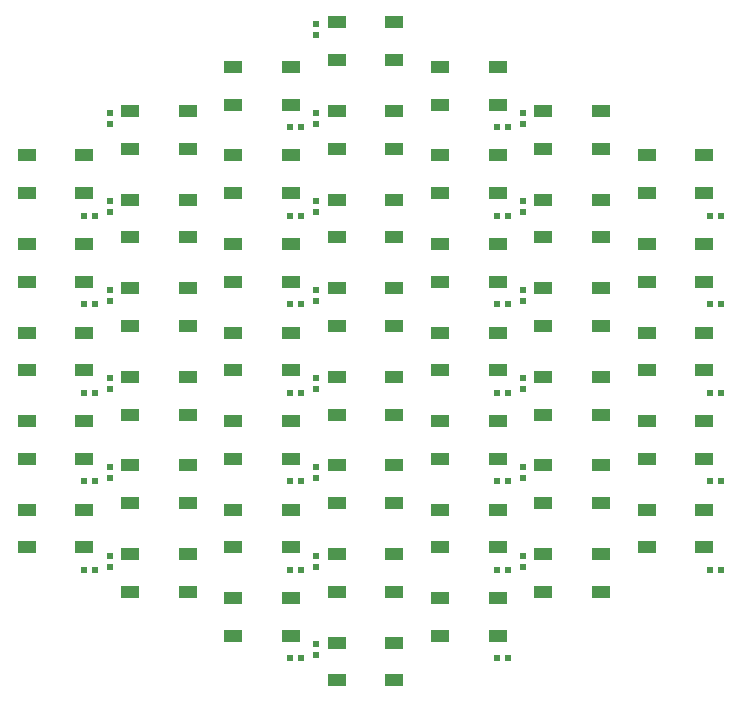
<source format=gts>
G04 #@! TF.GenerationSoftware,KiCad,Pcbnew,5.1.5+dfsg1-2build2*
G04 #@! TF.CreationDate,2021-12-29T03:31:12+01:00*
G04 #@! TF.ProjectId,hex_led_board,6865785f-6c65-4645-9f62-6f6172642e6b,rev?*
G04 #@! TF.SameCoordinates,Original*
G04 #@! TF.FileFunction,Soldermask,Top*
G04 #@! TF.FilePolarity,Negative*
%FSLAX46Y46*%
G04 Gerber Fmt 4.6, Leading zero omitted, Abs format (unit mm)*
G04 Created by KiCad (PCBNEW 5.1.5+dfsg1-2build2) date 2021-12-29 03:31:12*
%MOMM*%
%LPD*%
G04 APERTURE LIST*
%ADD10R,1.500000X1.000000*%
%ADD11R,0.500000X0.600000*%
%ADD12R,0.600000X0.500000*%
G04 APERTURE END LIST*
D10*
X128700000Y-86600000D03*
X128700000Y-83400000D03*
X123800000Y-86600000D03*
X123800000Y-83400000D03*
X128700000Y-94100000D03*
X128700000Y-90900000D03*
X123800000Y-94100000D03*
X123800000Y-90900000D03*
X128700000Y-101600000D03*
X128700000Y-98400000D03*
X123800000Y-101600000D03*
X123800000Y-98400000D03*
D11*
X129130000Y-103500000D03*
X130070000Y-103500000D03*
X129130000Y-88500000D03*
X130070000Y-88500000D03*
X129130000Y-96000000D03*
X130070000Y-96000000D03*
D10*
X128700000Y-109100000D03*
X128700000Y-105900000D03*
X123800000Y-109100000D03*
X123800000Y-105900000D03*
X128700000Y-116600000D03*
X128700000Y-113400000D03*
X123800000Y-116600000D03*
X123800000Y-113400000D03*
X115050000Y-117150000D03*
X115050000Y-120350000D03*
X119950000Y-117150000D03*
X119950000Y-120350000D03*
X115050000Y-109650000D03*
X115050000Y-112850000D03*
X119950000Y-109650000D03*
X119950000Y-112850000D03*
X115050000Y-102150000D03*
X115050000Y-105350000D03*
X119950000Y-102150000D03*
X119950000Y-105350000D03*
X115050000Y-94650000D03*
X115050000Y-97850000D03*
X119950000Y-94650000D03*
X119950000Y-97850000D03*
X115050000Y-87150000D03*
X115050000Y-90350000D03*
X119950000Y-87150000D03*
X119950000Y-90350000D03*
X115050000Y-79650000D03*
X115050000Y-82850000D03*
X119950000Y-79650000D03*
X119950000Y-82850000D03*
X111200000Y-79100000D03*
X111200000Y-75900000D03*
X106300000Y-79100000D03*
X106300000Y-75900000D03*
X111200000Y-86600000D03*
X111200000Y-83400000D03*
X106300000Y-86600000D03*
X106300000Y-83400000D03*
X111200000Y-94100000D03*
X111200000Y-90900000D03*
X106300000Y-94100000D03*
X106300000Y-90900000D03*
X111200000Y-101600000D03*
X111200000Y-98400000D03*
X106300000Y-101600000D03*
X106300000Y-98400000D03*
X111200000Y-109100000D03*
X111200000Y-105900000D03*
X106300000Y-109100000D03*
X106300000Y-105900000D03*
X111200000Y-116600000D03*
X111200000Y-113400000D03*
X106300000Y-116600000D03*
X106300000Y-113400000D03*
X111200000Y-124100000D03*
X111200000Y-120900000D03*
X106300000Y-124100000D03*
X106300000Y-120900000D03*
X97550000Y-124650000D03*
X97550000Y-127850000D03*
X102450000Y-124650000D03*
X102450000Y-127850000D03*
X97550000Y-117150000D03*
X97550000Y-120350000D03*
X102450000Y-117150000D03*
X102450000Y-120350000D03*
X97550000Y-109650000D03*
X97550000Y-112850000D03*
X102450000Y-109650000D03*
X102450000Y-112850000D03*
X97550000Y-102150000D03*
X97550000Y-105350000D03*
X102450000Y-102150000D03*
X102450000Y-105350000D03*
X97550000Y-94650000D03*
X97550000Y-97850000D03*
X102450000Y-94650000D03*
X102450000Y-97850000D03*
X97550000Y-87150000D03*
X97550000Y-90350000D03*
X102450000Y-87150000D03*
X102450000Y-90350000D03*
X97550000Y-79650000D03*
X97550000Y-82850000D03*
X102450000Y-79650000D03*
X102450000Y-82850000D03*
X97550000Y-72150000D03*
X97550000Y-75350000D03*
X102450000Y-72150000D03*
X102450000Y-75350000D03*
X93700000Y-79100000D03*
X93700000Y-75900000D03*
X88800000Y-79100000D03*
X88800000Y-75900000D03*
X93700000Y-86600000D03*
X93700000Y-83400000D03*
X88800000Y-86600000D03*
X88800000Y-83400000D03*
X93700000Y-94100000D03*
X93700000Y-90900000D03*
X88800000Y-94100000D03*
X88800000Y-90900000D03*
X93700000Y-101600000D03*
X93700000Y-98400000D03*
X88800000Y-101600000D03*
X88800000Y-98400000D03*
X93700000Y-109100000D03*
X93700000Y-105900000D03*
X88800000Y-109100000D03*
X88800000Y-105900000D03*
X93700000Y-116600000D03*
X93700000Y-113400000D03*
X88800000Y-116600000D03*
X88800000Y-113400000D03*
X93700000Y-124100000D03*
X93700000Y-120900000D03*
X88800000Y-124100000D03*
X88800000Y-120900000D03*
X80050000Y-117150000D03*
X80050000Y-120350000D03*
X84950000Y-117150000D03*
X84950000Y-120350000D03*
X80050000Y-109650000D03*
X80050000Y-112850000D03*
X84950000Y-109650000D03*
X84950000Y-112850000D03*
X80050000Y-102150000D03*
X80050000Y-105350000D03*
X84950000Y-102150000D03*
X84950000Y-105350000D03*
X80050000Y-94650000D03*
X80050000Y-97850000D03*
X84950000Y-94650000D03*
X84950000Y-97850000D03*
X80050000Y-87150000D03*
X80050000Y-90350000D03*
X84950000Y-87150000D03*
X84950000Y-90350000D03*
X80050000Y-79650000D03*
X80050000Y-82850000D03*
X84950000Y-79650000D03*
X84950000Y-82850000D03*
X76200000Y-86600000D03*
X76200000Y-83400000D03*
X71300000Y-86600000D03*
X71300000Y-83400000D03*
X76200000Y-94100000D03*
X76200000Y-90900000D03*
X71300000Y-94100000D03*
X71300000Y-90900000D03*
X76200000Y-101600000D03*
X76200000Y-98400000D03*
X71300000Y-101600000D03*
X71300000Y-98400000D03*
X76200000Y-109100000D03*
X76200000Y-105900000D03*
X71300000Y-109100000D03*
X71300000Y-105900000D03*
X76200000Y-116600000D03*
X76200000Y-113400000D03*
X71300000Y-116600000D03*
X71300000Y-113400000D03*
D11*
X129130000Y-118500000D03*
X130070000Y-118500000D03*
X76130000Y-118500000D03*
X77070000Y-118500000D03*
D12*
X95850000Y-125720000D03*
X95850000Y-124780000D03*
X95850000Y-118220000D03*
X95850000Y-117280000D03*
X78350000Y-118220000D03*
X78350000Y-117280000D03*
D11*
X111130000Y-88500000D03*
X112070000Y-88500000D03*
D12*
X113350000Y-88220000D03*
X113350000Y-87280000D03*
X95850000Y-110720000D03*
X95850000Y-109780000D03*
D11*
X93630000Y-118500000D03*
X94570000Y-118500000D03*
X129130000Y-111000000D03*
X130070000Y-111000000D03*
D12*
X95850000Y-103220000D03*
X95850000Y-102280000D03*
X78350000Y-103220000D03*
X78350000Y-102280000D03*
X113350000Y-95720000D03*
X113350000Y-94780000D03*
X113350000Y-103220000D03*
X113350000Y-102280000D03*
X95850000Y-80720000D03*
X95850000Y-79780000D03*
X113350000Y-110720000D03*
X113350000Y-109780000D03*
X78350000Y-95720000D03*
X78350000Y-94780000D03*
X78350000Y-110720000D03*
X78350000Y-109780000D03*
X95850000Y-73220000D03*
X95850000Y-72280000D03*
D11*
X111130000Y-81000000D03*
X112070000Y-81000000D03*
X111130000Y-111000000D03*
X112070000Y-111000000D03*
X111130000Y-118500000D03*
X112070000Y-118500000D03*
X111130000Y-126000000D03*
X112070000Y-126000000D03*
X76130000Y-111000000D03*
X77070000Y-111000000D03*
X93630000Y-88500000D03*
X94570000Y-88500000D03*
X93630000Y-96000000D03*
X94570000Y-96000000D03*
D12*
X113350000Y-118220000D03*
X113350000Y-117280000D03*
D11*
X93630000Y-103500000D03*
X94570000Y-103500000D03*
X93630000Y-126000000D03*
X94570000Y-126000000D03*
X111130000Y-96000000D03*
X112070000Y-96000000D03*
X111130000Y-103500000D03*
X112070000Y-103500000D03*
X76130000Y-96000000D03*
X77070000Y-96000000D03*
D12*
X78350000Y-88220000D03*
X78350000Y-87280000D03*
D11*
X76130000Y-88500000D03*
X77070000Y-88500000D03*
X93630000Y-111000000D03*
X94570000Y-111000000D03*
D12*
X95850000Y-88220000D03*
X95850000Y-87280000D03*
X113350000Y-80720000D03*
X113350000Y-79780000D03*
D11*
X93630000Y-81000000D03*
X94570000Y-81000000D03*
X76130000Y-103500000D03*
X77070000Y-103500000D03*
D12*
X78350000Y-80720000D03*
X78350000Y-79780000D03*
X95850000Y-95720000D03*
X95850000Y-94780000D03*
M02*

</source>
